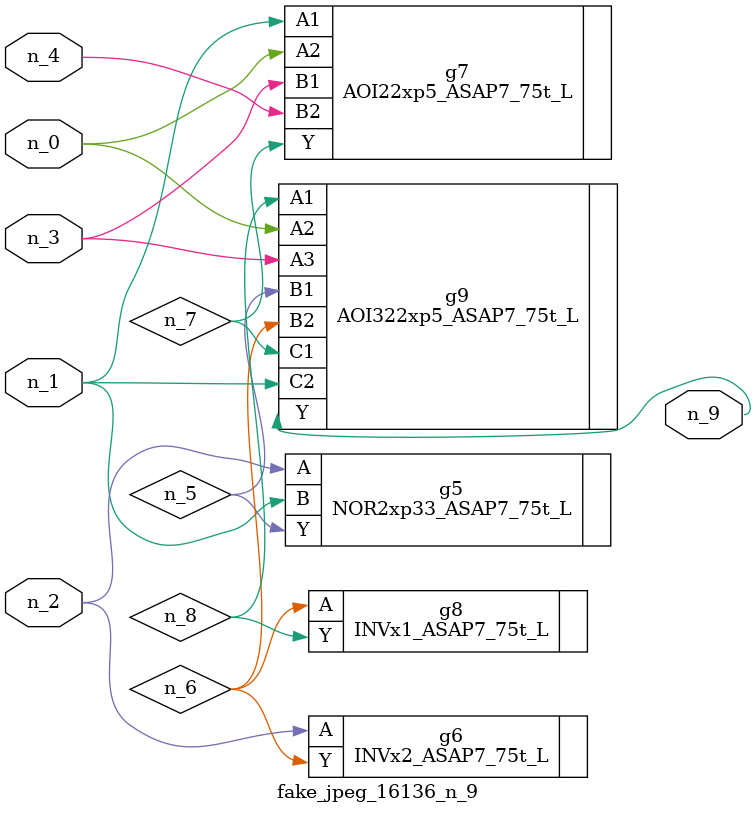
<source format=v>
module fake_jpeg_16136_n_9 (n_3, n_2, n_1, n_0, n_4, n_9);

input n_3;
input n_2;
input n_1;
input n_0;
input n_4;

output n_9;

wire n_8;
wire n_6;
wire n_5;
wire n_7;

NOR2xp33_ASAP7_75t_L g5 ( 
.A(n_2),
.B(n_1),
.Y(n_5)
);

INVx2_ASAP7_75t_L g6 ( 
.A(n_2),
.Y(n_6)
);

AOI22xp5_ASAP7_75t_L g7 ( 
.A1(n_1),
.A2(n_0),
.B1(n_3),
.B2(n_4),
.Y(n_7)
);

INVx1_ASAP7_75t_L g8 ( 
.A(n_6),
.Y(n_8)
);

AOI322xp5_ASAP7_75t_L g9 ( 
.A1(n_8),
.A2(n_0),
.A3(n_3),
.B1(n_5),
.B2(n_6),
.C1(n_7),
.C2(n_1),
.Y(n_9)
);


endmodule
</source>
